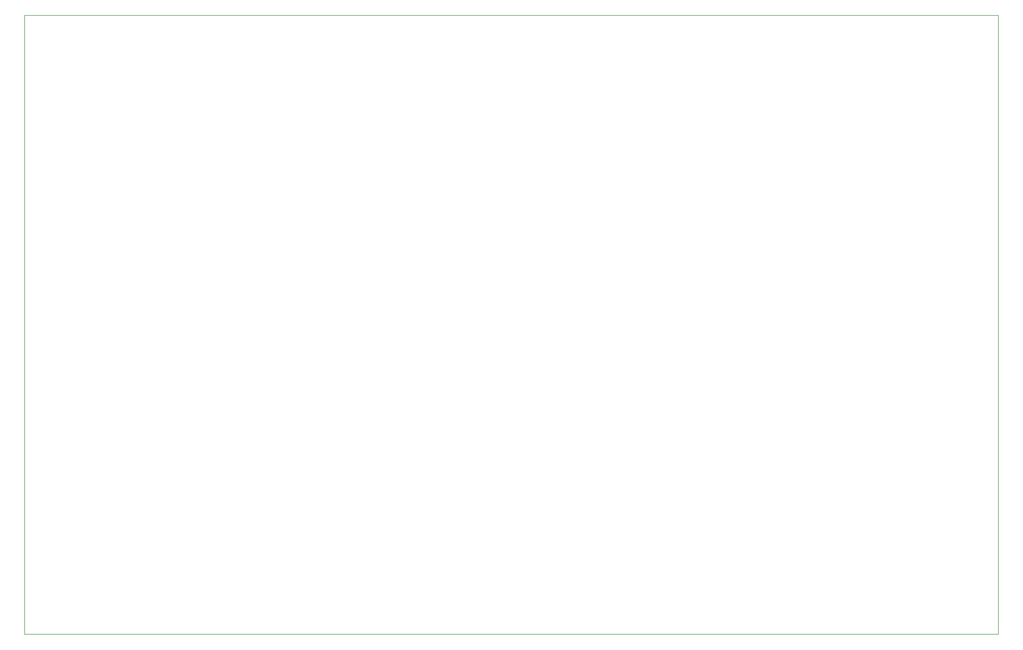
<source format=gbr>
G04 DipTrace 2.4.0.2*
%INMemoryBrd-Border.gbr*%
%MOMM*%
%ADD11C,0.14*%
%FSLAX53Y53*%
G04*
G71*
G90*
G75*
G01*
%LNBoardOutline*%
%LPD*%
X10000Y210046D2*
D11*
X325152D1*
Y10000D1*
X10000D1*
Y210046D1*
M02*

</source>
